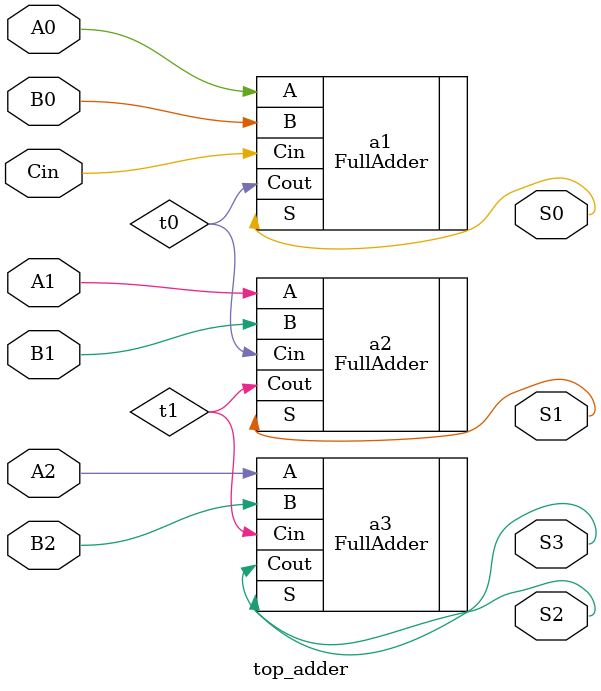
<source format=v>
`timescale 1ns / 1ps


module top_adder(
    input A0,
    input A1,
    input A2,
    input B0,
    input B1,
    input B2,
    input Cin,
    output S0,
    output S1,
    output S2,
    output S3
    );
    
    wire t0, t1;    // t0 = C1, t1 = C2
    
    FullAdder a1 (.Cin(Cin), .A(A0), .B(B0), .S(S0), .Cout(t0));
    FullAdder a2 (.Cin(t0), .A(A1), .B(B1), .S(S1), .Cout(t1));
    FullAdder a3 (.Cin(t1), .A(A2), .B(B2), .S(S2), .Cout(S3));
endmodule

</source>
